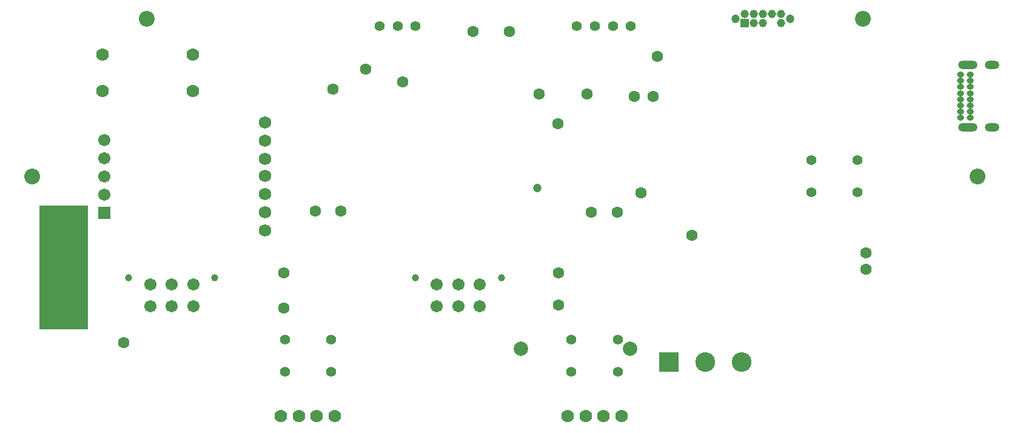
<source format=gbs>
G04*
G04 #@! TF.GenerationSoftware,Altium Limited,Altium Designer,21.6.1 (37)*
G04*
G04 Layer_Color=16711935*
%FSLAX25Y25*%
%MOIN*%
G70*
G04*
G04 #@! TF.SameCoordinates,7BDA6066-75DE-4F1A-8C0A-B5BF4F492E69*
G04*
G04*
G04 #@! TF.FilePolarity,Negative*
G04*
G01*
G75*
%ADD78C,0.04737*%
%ADD87C,0.06312*%
%ADD88C,0.06800*%
%ADD89C,0.07000*%
%ADD90C,0.08674*%
%ADD91C,0.04580*%
%ADD92R,0.04580X0.04580*%
%ADD93C,0.05524*%
%ADD94C,0.06706*%
%ADD95C,0.03950*%
%ADD96R,0.10800X0.10800*%
%ADD97C,0.10800*%
%ADD98O,0.03950X0.03241*%
%ADD99O,0.10642X0.04737*%
%ADD100O,0.07887X0.04737*%
%ADD101C,0.07887*%
%ADD102R,0.06706X0.06706*%
%ADD131R,0.26524X0.68000*%
D78*
X309098Y141700D02*
D03*
X417942Y234714D02*
D03*
X447942Y234714D02*
D03*
D87*
X320400Y176900D02*
D03*
X214546Y207006D02*
D03*
X310100Y193402D02*
D03*
X336200Y193402D02*
D03*
X293593Y227714D02*
D03*
X273593Y227714D02*
D03*
X196546Y196005D02*
D03*
X394000Y115581D02*
D03*
X169546Y95006D02*
D03*
X320746Y95006D02*
D03*
X187100Y128900D02*
D03*
X235000Y200200D02*
D03*
X81593Y56714D02*
D03*
X366000Y139181D02*
D03*
X200900Y128902D02*
D03*
X169546Y75805D02*
D03*
X320746Y77306D02*
D03*
X374900Y214200D02*
D03*
X352900Y128400D02*
D03*
X338600Y128500D02*
D03*
X362300Y192181D02*
D03*
X372800Y192000D02*
D03*
X489500Y106000D02*
D03*
X489500Y97000D02*
D03*
D88*
X159353Y177659D02*
D03*
X159353Y167659D02*
D03*
X159353Y157659D02*
D03*
X159353Y118289D02*
D03*
X159353Y128289D02*
D03*
X159353Y138289D02*
D03*
X159353Y148289D02*
D03*
D89*
X197817Y16210D02*
D03*
X187817Y16210D02*
D03*
X355298Y16210D02*
D03*
X345298Y16210D02*
D03*
X325613Y16210D02*
D03*
X335613Y16210D02*
D03*
X168132Y16210D02*
D03*
X178132Y16210D02*
D03*
X70046Y215005D02*
D03*
X70046Y195006D02*
D03*
X119546Y215005D02*
D03*
X119546Y195006D02*
D03*
D90*
X488093Y234714D02*
D03*
X551085Y148100D02*
D03*
X31400Y148100D02*
D03*
X94392Y234714D02*
D03*
D91*
X422942Y237214D02*
D03*
X427943Y237214D02*
D03*
X432942Y237214D02*
D03*
X437943Y237214D02*
D03*
X442942Y237214D02*
D03*
X442942Y232214D02*
D03*
X432942Y232214D02*
D03*
X427943Y232214D02*
D03*
D92*
X422942Y232214D02*
D03*
D93*
X327660Y58533D02*
D03*
X327660Y40817D02*
D03*
X353250Y40817D02*
D03*
X353250Y58533D02*
D03*
X485140Y139242D02*
D03*
X485140Y156958D02*
D03*
X459550Y156958D02*
D03*
X459550Y139242D02*
D03*
X170179Y58533D02*
D03*
X170179Y40817D02*
D03*
X195770Y40817D02*
D03*
X195770Y58533D02*
D03*
X330829Y230777D02*
D03*
X340672Y230777D02*
D03*
X350514Y230777D02*
D03*
X360357Y230777D02*
D03*
X222345Y230777D02*
D03*
X232187Y230777D02*
D03*
X242030Y230777D02*
D03*
D94*
X119904Y76809D02*
D03*
X108093Y76809D02*
D03*
X96282Y76809D02*
D03*
X119904Y88620D02*
D03*
X108093Y88620D02*
D03*
X96282Y88620D02*
D03*
X277404Y76809D02*
D03*
X265593Y76809D02*
D03*
X253782Y76809D02*
D03*
X277404Y88620D02*
D03*
X265593Y88620D02*
D03*
X253782Y88620D02*
D03*
X71046Y138005D02*
D03*
X71046Y148005D02*
D03*
X71046Y158005D02*
D03*
X71046Y168006D02*
D03*
D95*
X84471Y92321D02*
D03*
X131715Y92321D02*
D03*
X241971Y92321D02*
D03*
X289215Y92321D02*
D03*
D96*
X381200Y45900D02*
D03*
D97*
X401200Y45900D02*
D03*
X421200Y45900D02*
D03*
D98*
X541715Y180482D02*
D03*
X541715Y183828D02*
D03*
X541715Y187174D02*
D03*
X541715Y190522D02*
D03*
X541715Y193868D02*
D03*
X541715Y197214D02*
D03*
X541715Y200560D02*
D03*
X541715Y203907D02*
D03*
X547029Y203907D02*
D03*
X547029Y200560D02*
D03*
X547029Y197214D02*
D03*
X547029Y193868D02*
D03*
X547029Y190522D02*
D03*
X547029Y187174D02*
D03*
X547029Y183828D02*
D03*
X547029Y180482D02*
D03*
D99*
X545573Y175166D02*
D03*
X545573Y209223D02*
D03*
D100*
X558880Y209223D02*
D03*
X558880Y175166D02*
D03*
D101*
X300000Y53500D02*
D03*
X360000Y53500D02*
D03*
D102*
X71046Y128006D02*
D03*
D131*
X48807Y98005D02*
D03*
M02*

</source>
